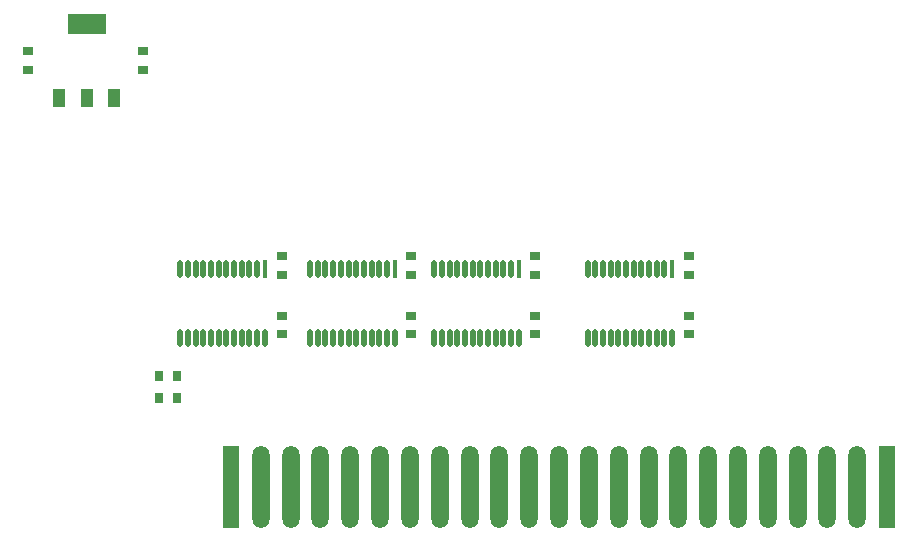
<source format=gtp>
G04*
G04 #@! TF.GenerationSoftware,Altium Limited,Altium Designer,22.6.1 (34)*
G04*
G04 Layer_Color=8421504*
%FSLAX24Y24*%
%MOIN*%
G70*
G04*
G04 #@! TF.SameCoordinates,1D390871-080F-446A-952D-7172D4596CCB*
G04*
G04*
G04 #@! TF.FilePolarity,Positive*
G04*
G01*
G75*
%ADD14R,0.0177X0.0591*%
%ADD15O,0.0177X0.0591*%
%ADD16R,0.0380X0.0315*%
%ADD17R,0.0315X0.0380*%
%ADD18O,0.0571X0.2756*%
%ADD19R,0.0571X0.2756*%
%ADD20R,0.1299X0.0709*%
%ADD21R,0.0394X0.0630*%
D14*
X23848Y-30354D02*
D03*
X18730D02*
D03*
X14596D02*
D03*
X10266D02*
D03*
D15*
X23593D02*
D03*
X23337D02*
D03*
X23081D02*
D03*
X22825D02*
D03*
X22569D02*
D03*
X22313D02*
D03*
X22057D02*
D03*
X21801D02*
D03*
X21545D02*
D03*
X21289D02*
D03*
X21033D02*
D03*
X23848Y-32638D02*
D03*
X23593D02*
D03*
X23337D02*
D03*
X23081D02*
D03*
X22825D02*
D03*
X22569D02*
D03*
X22313D02*
D03*
X22057D02*
D03*
X21801D02*
D03*
X21545D02*
D03*
X21289D02*
D03*
X21033D02*
D03*
X18474Y-30354D02*
D03*
X18219D02*
D03*
X17963D02*
D03*
X17707D02*
D03*
X17451D02*
D03*
X17195D02*
D03*
X16939D02*
D03*
X16683D02*
D03*
X16427D02*
D03*
X16171D02*
D03*
X15915D02*
D03*
X18730Y-32638D02*
D03*
X18474D02*
D03*
X18219D02*
D03*
X17963D02*
D03*
X17707D02*
D03*
X17451D02*
D03*
X17195D02*
D03*
X16939D02*
D03*
X16683D02*
D03*
X16427D02*
D03*
X16171D02*
D03*
X15915D02*
D03*
X14341Y-30354D02*
D03*
X14085D02*
D03*
X13829D02*
D03*
X13573D02*
D03*
X13317D02*
D03*
X13061D02*
D03*
X12805D02*
D03*
X12549D02*
D03*
X12293D02*
D03*
X12037D02*
D03*
X11781D02*
D03*
X14596Y-32638D02*
D03*
X14341D02*
D03*
X14085D02*
D03*
X13829D02*
D03*
X13573D02*
D03*
X13317D02*
D03*
X13061D02*
D03*
X12805D02*
D03*
X12549D02*
D03*
X12293D02*
D03*
X12037D02*
D03*
X11781D02*
D03*
X7451D02*
D03*
X7707D02*
D03*
X7963D02*
D03*
X8219D02*
D03*
X8474D02*
D03*
X8730D02*
D03*
X8986D02*
D03*
X9242D02*
D03*
X9498D02*
D03*
X9754D02*
D03*
X10010D02*
D03*
X10266D02*
D03*
X7451Y-30354D02*
D03*
X7707D02*
D03*
X7963D02*
D03*
X8219D02*
D03*
X8474D02*
D03*
X8730D02*
D03*
X8986D02*
D03*
X9242D02*
D03*
X9498D02*
D03*
X9754D02*
D03*
X10010D02*
D03*
D16*
X24409Y-32510D02*
D03*
Y-31890D02*
D03*
Y-29921D02*
D03*
Y-30541D02*
D03*
X19291Y-29921D02*
D03*
Y-30541D02*
D03*
Y-32510D02*
D03*
Y-31890D02*
D03*
X15157Y-29921D02*
D03*
Y-30541D02*
D03*
Y-32510D02*
D03*
Y-31890D02*
D03*
X10827Y-30541D02*
D03*
Y-29921D02*
D03*
Y-31890D02*
D03*
Y-32510D02*
D03*
X6220Y-23076D02*
D03*
Y-23696D02*
D03*
X2362Y-23076D02*
D03*
Y-23696D02*
D03*
D17*
X6737Y-33912D02*
D03*
X7357D02*
D03*
X6737Y-34646D02*
D03*
X7357D02*
D03*
D18*
X25049Y-37598D02*
D03*
X28031D02*
D03*
X12126D02*
D03*
X18091D02*
D03*
X29026D02*
D03*
X30020D02*
D03*
X26043D02*
D03*
X27037D02*
D03*
X22067D02*
D03*
X23061D02*
D03*
X24055D02*
D03*
X20079D02*
D03*
X21073D02*
D03*
X16102D02*
D03*
X17096D02*
D03*
X13120D02*
D03*
X14114D02*
D03*
X10138D02*
D03*
X19085D02*
D03*
X15108D02*
D03*
X11132D02*
D03*
D19*
X31014D02*
D03*
X9144D02*
D03*
D20*
X4331Y-22165D02*
D03*
D21*
X3425Y-24646D02*
D03*
X5236D02*
D03*
X4331D02*
D03*
M02*

</source>
